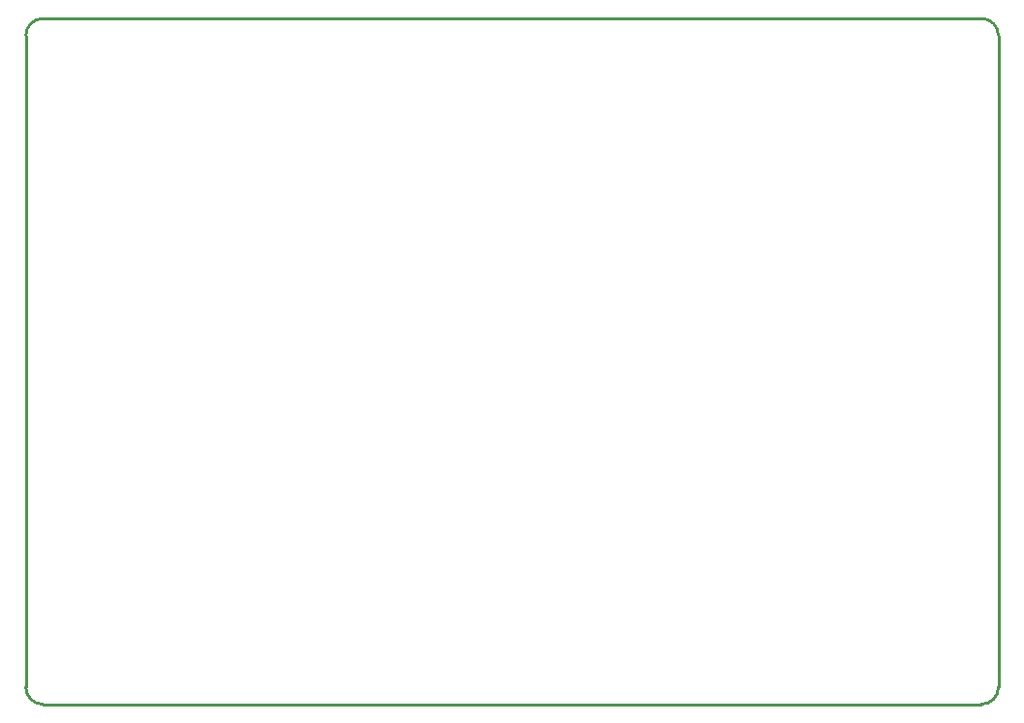
<source format=gm1>
G04*
G04 #@! TF.GenerationSoftware,Altium Limited,Altium Designer,24.2.2 (26)*
G04*
G04 Layer_Color=16711935*
%FSLAX25Y25*%
%MOIN*%
G70*
G04*
G04 #@! TF.SameCoordinates,B220CE68-074A-4F46-869C-E968B1748748*
G04*
G04*
G04 #@! TF.FilePolarity,Positive*
G04*
G01*
G75*
%ADD12C,0.01000*%
D12*
X334646Y230315D02*
G03*
X328740Y236221I-5906J-0D01*
G01*
Y0D02*
G03*
X334646Y5906I-0J5906D01*
G01*
X0D02*
G03*
X5906Y0I5906J0D01*
G01*
Y236221D02*
G03*
X0Y230315I0J-5906D01*
G01*
X5906Y0D02*
X328740D01*
X334646Y5906D02*
Y230315D01*
X5906Y236221D02*
X328740D01*
X0Y5906D02*
Y230315D01*
M02*

</source>
